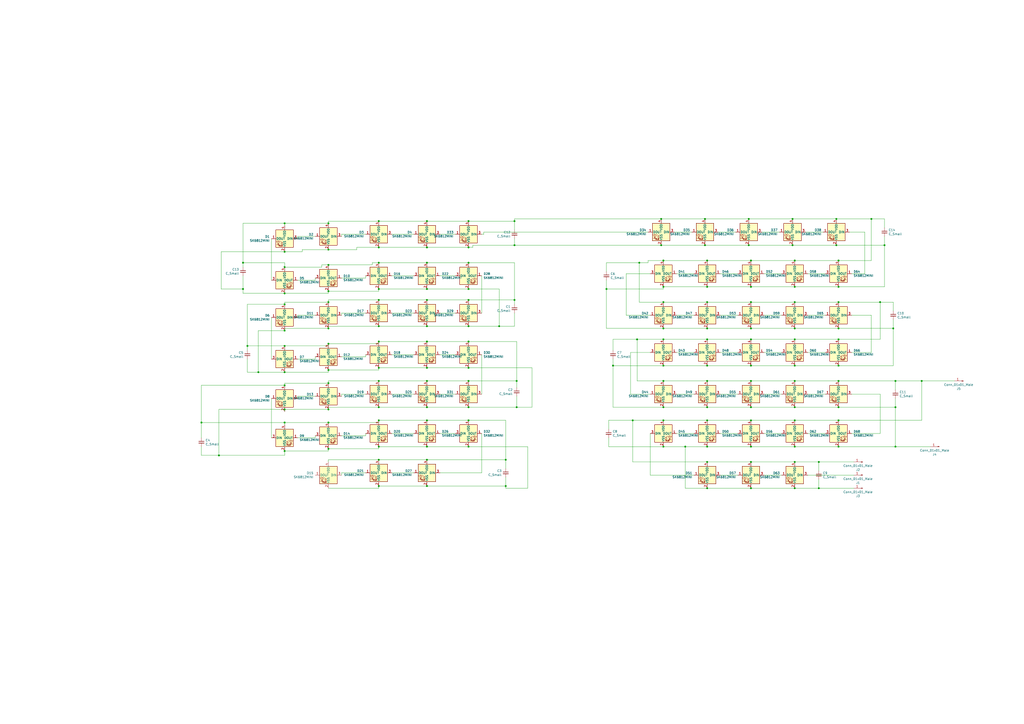
<source format=kicad_sch>
(kicad_sch (version 20211123) (generator eeschema)
  (paper "A2")
  (junction (at 534.67 220.98))
  (junction (at 165.1 176.53))
  (junction (at 219.71 128.27))
  (junction (at 149.86 215.9))
  (junction (at 190.5 214.63))
  (junction (at 247.65 236.22))
  (junction (at 165.1 215.9))
  (junction (at 384.81 175.26))
  (junction (at 435.61 236.22))
  (junction (at 519.43 220.98))
  (junction (at 190.5 199.39))
  (junction (at 219.71 152.4))
  (junction (at 383.54 127))
  (junction (at 219.71 220.98))
  (junction (at 434.34 127))
  (junction (at 271.78 213.36))
  (junction (at 219.71 198.12))
  (junction (at 410.21 243.84))
  (junction (at 298.45 128.27))
  (junction (at 461.01 175.26))
  (junction (at 486.41 243.84))
  (junction (at 165.1 170.18))
  (junction (at 271.78 243.84))
  (junction (at 289.56 189.23))
  (junction (at 461.01 220.98))
  (junction (at 299.72 236.22))
  (junction (at 190.5 129.54))
  (junction (at 397.51 259.08))
  (junction (at 247.65 243.84))
  (junction (at 384.81 212.09))
  (junction (at 165.1 154.94))
  (junction (at 271.78 167.64))
  (junction (at 461.01 259.08))
  (junction (at 384.81 259.08))
  (junction (at 271.78 143.51))
  (junction (at 461.01 196.85))
  (junction (at 461.01 236.22))
  (junction (at 486.41 166.37))
  (junction (at 271.78 236.22))
  (junction (at 219.71 143.51))
  (junction (at 165.1 146.05))
  (junction (at 219.71 167.64))
  (junction (at 165.1 129.54))
  (junction (at 410.21 196.85))
  (junction (at 461.01 190.5))
  (junction (at 247.65 152.4))
  (junction (at 190.5 260.35))
  (junction (at 190.5 237.49))
  (junction (at 247.65 281.94))
  (junction (at 434.34 142.24))
  (junction (at 370.84 152.4))
  (junction (at 165.1 261.62))
  (junction (at 384.81 236.22))
  (junction (at 384.81 196.85))
  (junction (at 247.65 220.98))
  (junction (at 219.71 189.23))
  (junction (at 485.14 142.24))
  (junction (at 127 264.16))
  (junction (at 435.61 166.37))
  (junction (at 190.5 175.26))
  (junction (at 190.5 168.91))
  (junction (at 486.41 236.22))
  (junction (at 519.43 236.22))
  (junction (at 165.1 223.52))
  (junction (at 219.71 281.94))
  (junction (at 140.97 152.4))
  (junction (at 435.61 212.09))
  (junction (at 510.54 175.26))
  (junction (at 435.61 220.98))
  (junction (at 219.71 236.22))
  (junction (at 271.78 152.4))
  (junction (at 165.1 245.11))
  (junction (at 461.01 151.13))
  (junction (at 486.41 190.5))
  (junction (at 190.5 190.5))
  (junction (at 486.41 175.26))
  (junction (at 486.41 196.85))
  (junction (at 190.5 222.25))
  (junction (at 190.5 245.11))
  (junction (at 384.81 243.84))
  (junction (at 505.46 127))
  (junction (at 247.65 266.7))
  (junction (at 271.78 220.98))
  (junction (at 435.61 283.21))
  (junction (at 351.79 167.64))
  (junction (at 140.97 167.64))
  (junction (at 271.78 173.99))
  (junction (at 116.84 245.11))
  (junction (at 435.61 196.85))
  (junction (at 410.21 236.22))
  (junction (at 410.21 190.5))
  (junction (at 461.01 166.37))
  (junction (at 367.03 243.84))
  (junction (at 293.37 266.7))
  (junction (at 247.65 128.27))
  (junction (at 459.74 142.24))
  (junction (at 513.08 142.24))
  (junction (at 247.65 173.99))
  (junction (at 410.21 212.09))
  (junction (at 408.94 127))
  (junction (at 518.16 190.5))
  (junction (at 219.71 266.7))
  (junction (at 293.37 281.94))
  (junction (at 219.71 173.99))
  (junction (at 410.21 283.21))
  (junction (at 459.74 127))
  (junction (at 461.01 267.97))
  (junction (at 190.5 153.67))
  (junction (at 247.65 213.36))
  (junction (at 383.54 142.24))
  (junction (at 355.6 212.09))
  (junction (at 461.01 212.09))
  (junction (at 410.21 151.13))
  (junction (at 298.45 173.99))
  (junction (at 410.21 220.98))
  (junction (at 271.78 198.12))
  (junction (at 410.21 267.97))
  (junction (at 435.61 267.97))
  (junction (at 519.43 259.08))
  (junction (at 486.41 259.08))
  (junction (at 384.81 190.5))
  (junction (at 271.78 259.08))
  (junction (at 271.78 128.27))
  (junction (at 410.21 175.26))
  (junction (at 435.61 243.84))
  (junction (at 219.71 259.08))
  (junction (at 474.98 267.97))
  (junction (at 384.81 220.98))
  (junction (at 410.21 259.08))
  (junction (at 247.65 167.64))
  (junction (at 486.41 220.98))
  (junction (at 247.65 189.23))
  (junction (at 298.45 142.24))
  (junction (at 435.61 151.13))
  (junction (at 435.61 175.26))
  (junction (at 474.98 283.21))
  (junction (at 247.65 259.08))
  (junction (at 190.5 144.78))
  (junction (at 369.57 196.85))
  (junction (at 271.78 189.23))
  (junction (at 143.51 200.66))
  (junction (at 461.01 283.21))
  (junction (at 165.1 237.49))
  (junction (at 247.65 198.12))
  (junction (at 435.61 259.08))
  (junction (at 219.71 213.36))
  (junction (at 486.41 212.09))
  (junction (at 410.21 166.37))
  (junction (at 219.71 243.84))
  (junction (at 435.61 190.5))
  (junction (at 486.41 151.13))
  (junction (at 247.65 143.51))
  (junction (at 461.01 243.84))
  (junction (at 384.81 166.37))
  (junction (at 299.72 220.98))
  (junction (at 384.81 151.13))
  (junction (at 408.94 142.24))
  (junction (at 485.14 127))
  (junction (at 165.1 191.77))
  (junction (at 165.1 200.66))
  (wire (pts (xy 116.84 223.52) (xy 116.84 245.11)))
  (wire (pts (xy 271.78 167.64) (xy 289.56 167.64)))
  (wire (pts (xy 427.99 228.6) (xy 417.83 228.6)))
  (wire (pts (xy 116.84 259.08) (xy 116.84 264.16)))
  (wire (pts (xy 212.09 252.73) (xy 212.09 251.46)))
  (wire (pts (xy 410.21 190.5) (xy 384.81 190.5)))
  (wire (pts (xy 219.71 236.22) (xy 190.5 236.22)))
  (wire (pts (xy 397.51 259.08) (xy 410.21 259.08)))
  (wire (pts (xy 383.54 127) (xy 298.45 127)))
  (wire (pts (xy 165.1 175.26) (xy 165.1 176.53)))
  (wire (pts (xy 519.43 220.98) (xy 519.43 226.06)))
  (wire (pts (xy 219.71 199.39) (xy 219.71 198.12)))
  (wire (pts (xy 271.78 213.36) (xy 308.61 213.36)))
  (wire (pts (xy 190.5 237.49) (xy 165.1 237.49)))
  (wire (pts (xy 190.5 245.11) (xy 219.71 245.11)))
  (wire (pts (xy 402.59 182.88) (xy 392.43 182.88)))
  (wire (pts (xy 219.71 283.21) (xy 219.71 281.94)))
  (wire (pts (xy 190.5 168.91) (xy 219.71 168.91)))
  (wire (pts (xy 212.09 135.89) (xy 198.12 135.89)))
  (wire (pts (xy 461.01 212.09) (xy 486.41 212.09)))
  (wire (pts (xy 410.21 166.37) (xy 435.61 166.37)))
  (wire (pts (xy 116.84 245.11) (xy 116.84 254)))
  (wire (pts (xy 298.45 189.23) (xy 298.45 181.61)))
  (wire (pts (xy 351.79 167.64) (xy 384.81 167.64)))
  (wire (pts (xy 505.46 127) (xy 485.14 127)))
  (wire (pts (xy 271.78 128.27) (xy 247.65 128.27)))
  (wire (pts (xy 190.5 261.62) (xy 190.5 260.35)))
  (wire (pts (xy 306.07 283.21) (xy 293.37 283.21)))
  (wire (pts (xy 478.79 182.88) (xy 468.63 182.88)))
  (wire (pts (xy 474.98 283.21) (xy 461.01 283.21)))
  (wire (pts (xy 377.19 182.88) (xy 363.22 182.88)))
  (wire (pts (xy 518.16 180.34) (xy 518.16 175.26)))
  (wire (pts (xy 264.16 135.89) (xy 255.27 135.89)))
  (wire (pts (xy 219.71 243.84) (xy 247.65 243.84)))
  (wire (pts (xy 190.5 199.39) (xy 219.71 199.39)))
  (wire (pts (xy 182.88 229.87) (xy 172.72 229.87)))
  (wire (pts (xy 279.4 251.46) (xy 279.4 274.32)))
  (wire (pts (xy 518.16 185.42) (xy 518.16 190.5)))
  (wire (pts (xy 435.61 283.21) (xy 410.21 283.21)))
  (wire (pts (xy 274.32 143.51) (xy 271.78 143.51)))
  (wire (pts (xy 240.03 181.61) (xy 227.33 181.61)))
  (wire (pts (xy 461.01 151.13) (xy 486.41 151.13)))
  (wire (pts (xy 486.41 166.37) (xy 513.08 166.37)))
  (wire (pts (xy 140.97 152.4) (xy 165.1 152.4)))
  (wire (pts (xy 402.59 158.75) (xy 392.43 158.75)))
  (wire (pts (xy 271.78 173.99) (xy 247.65 173.99)))
  (wire (pts (xy 461.01 283.21) (xy 435.61 283.21)))
  (wire (pts (xy 453.39 182.88) (xy 443.23 182.88)))
  (wire (pts (xy 435.61 267.97) (xy 461.01 267.97)))
  (wire (pts (xy 207.01 143.51) (xy 207.01 144.78)))
  (wire (pts (xy 435.61 243.84) (xy 461.01 243.84)))
  (wire (pts (xy 293.37 276.86) (xy 293.37 281.94)))
  (wire (pts (xy 165.1 245.11) (xy 165.1 246.38)))
  (wire (pts (xy 165.1 237.49) (xy 165.1 238.76)))
  (wire (pts (xy 355.6 208.28) (xy 355.6 212.09)))
  (wire (pts (xy 435.61 267.97) (xy 410.21 267.97)))
  (wire (pts (xy 435.61 196.85) (xy 461.01 196.85)))
  (wire (pts (xy 279.4 205.74) (xy 279.4 228.6)))
  (wire (pts (xy 486.41 196.85) (xy 510.54 196.85)))
  (wire (pts (xy 190.5 189.23) (xy 190.5 190.5)))
  (wire (pts (xy 367.03 243.84) (xy 384.81 243.84)))
  (wire (pts (xy 219.71 266.7) (xy 190.5 266.7)))
  (wire (pts (xy 427.99 275.59) (xy 417.83 275.59)))
  (wire (pts (xy 264.16 181.61) (xy 255.27 181.61)))
  (wire (pts (xy 255.27 205.74) (xy 264.16 205.74)))
  (wire (pts (xy 182.88 162.56) (xy 182.88 161.29)))
  (wire (pts (xy 486.41 175.26) (xy 461.01 175.26)))
  (wire (pts (xy 486.41 220.98) (xy 461.01 220.98)))
  (wire (pts (xy 182.88 254) (xy 182.88 252.73)))
  (wire (pts (xy 486.41 175.26) (xy 510.54 175.26)))
  (wire (pts (xy 190.5 283.21) (xy 219.71 283.21)))
  (wire (pts (xy 165.1 154.94) (xy 186.69 154.94)))
  (wire (pts (xy 519.43 259.08) (xy 519.43 236.22)))
  (wire (pts (xy 461.01 166.37) (xy 486.41 166.37)))
  (wire (pts (xy 247.65 236.22) (xy 219.71 236.22)))
  (wire (pts (xy 157.48 231.14) (xy 157.48 254)))
  (wire (pts (xy 198.12 207.01) (xy 212.09 207.01)))
  (wire (pts (xy 165.1 237.49) (xy 127 237.49)))
  (wire (pts (xy 486.41 190.5) (xy 461.01 190.5)))
  (wire (pts (xy 293.37 243.84) (xy 293.37 266.7)))
  (wire (pts (xy 140.97 170.18) (xy 165.1 170.18)))
  (wire (pts (xy 140.97 129.54) (xy 140.97 152.4)))
  (wire (pts (xy 410.21 196.85) (xy 435.61 196.85)))
  (wire (pts (xy 298.45 152.4) (xy 298.45 173.99)))
  (wire (pts (xy 247.65 167.64) (xy 271.78 167.64)))
  (wire (pts (xy 247.65 266.7) (xy 293.37 266.7)))
  (wire (pts (xy 474.98 273.05) (xy 474.98 267.97)))
  (wire (pts (xy 513.08 132.08) (xy 513.08 127)))
  (wire (pts (xy 219.71 198.12) (xy 247.65 198.12)))
  (wire (pts (xy 410.21 243.84) (xy 435.61 243.84)))
  (wire (pts (xy 351.79 152.4) (xy 370.84 152.4)))
  (wire (pts (xy 172.72 208.28) (xy 182.88 208.28)))
  (wire (pts (xy 435.61 212.09) (xy 461.01 212.09)))
  (wire (pts (xy 157.48 184.15) (xy 157.48 208.28)))
  (wire (pts (xy 513.08 166.37) (xy 513.08 142.24)))
  (wire (pts (xy 215.9 153.67) (xy 215.9 152.4)))
  (wire (pts (xy 427.99 182.88) (xy 417.83 182.88)))
  (wire (pts (xy 534.67 243.84) (xy 534.67 220.98)))
  (wire (pts (xy 299.72 220.98) (xy 299.72 224.79)))
  (wire (pts (xy 467.36 134.62) (xy 477.52 134.62)))
  (wire (pts (xy 474.98 278.13) (xy 474.98 283.21)))
  (wire (pts (xy 365.76 204.47) (xy 377.19 204.47)))
  (wire (pts (xy 298.45 127) (xy 298.45 128.27)))
  (wire (pts (xy 486.41 220.98) (xy 519.43 220.98)))
  (wire (pts (xy 494.03 204.47) (xy 505.46 204.47)))
  (wire (pts (xy 198.12 135.89) (xy 198.12 137.16)))
  (wire (pts (xy 377.19 251.46) (xy 377.19 275.59)))
  (wire (pts (xy 247.65 189.23) (xy 219.71 189.23)))
  (wire (pts (xy 363.22 182.88) (xy 363.22 158.75)))
  (wire (pts (xy 247.65 143.51) (xy 219.71 143.51)))
  (wire (pts (xy 392.43 251.46) (xy 402.59 251.46)))
  (wire (pts (xy 513.08 127) (xy 505.46 127)))
  (wire (pts (xy 219.71 281.94) (xy 247.65 281.94)))
  (wire (pts (xy 417.83 158.75) (xy 427.99 158.75)))
  (wire (pts (xy 165.1 215.9) (xy 190.5 215.9)))
  (wire (pts (xy 355.6 196.85) (xy 369.57 196.85)))
  (wire (pts (xy 353.06 254) (xy 353.06 259.08)))
  (wire (pts (xy 165.1 129.54) (xy 140.97 129.54)))
  (wire (pts (xy 513.08 137.16) (xy 513.08 142.24)))
  (wire (pts (xy 384.81 151.13) (xy 410.21 151.13)))
  (wire (pts (xy 280.67 134.62) (xy 280.67 135.89)))
  (wire (pts (xy 298.45 128.27) (xy 298.45 133.35)))
  (wire (pts (xy 417.83 251.46) (xy 427.99 251.46)))
  (wire (pts (xy 410.21 175.26) (xy 384.81 175.26)))
  (wire (pts (xy 247.65 243.84) (xy 271.78 243.84)))
  (wire (pts (xy 186.69 154.94) (xy 186.69 153.67)))
  (wire (pts (xy 247.65 266.7) (xy 219.71 266.7)))
  (wire (pts (xy 247.65 198.12) (xy 271.78 198.12)))
  (wire (pts (xy 539.75 259.08) (xy 519.43 259.08)))
  (wire (pts (xy 434.34 127) (xy 408.94 127)))
  (wire (pts (xy 271.78 259.08) (xy 306.07 259.08)))
  (wire (pts (xy 397.51 283.21) (xy 410.21 283.21)))
  (wire (pts (xy 219.71 152.4) (xy 247.65 152.4)))
  (wire (pts (xy 274.32 142.24) (xy 274.32 143.51)))
  (wire (pts (xy 219.71 168.91) (xy 219.71 167.64)))
  (wire (pts (xy 240.03 135.89) (xy 227.33 135.89)))
  (wire (pts (xy 271.78 189.23) (xy 289.56 189.23)))
  (wire (pts (xy 486.41 236.22) (xy 519.43 236.22)))
  (wire (pts (xy 198.12 181.61) (xy 198.12 182.88)))
  (wire (pts (xy 255.27 251.46) (xy 264.16 251.46)))
  (wire (pts (xy 190.5 175.26) (xy 165.1 175.26)))
  (wire (pts (xy 367.03 267.97) (xy 367.03 243.84)))
  (wire (pts (xy 219.71 167.64) (xy 247.65 167.64)))
  (wire (pts (xy 505.46 151.13) (xy 505.46 127)))
  (wire (pts (xy 149.86 215.9) (xy 143.51 215.9)))
  (wire (pts (xy 116.84 245.11) (xy 165.1 245.11)))
  (wire (pts (xy 271.78 173.99) (xy 298.45 173.99)))
  (wire (pts (xy 165.1 170.18) (xy 190.5 170.18)))
  (wire (pts (xy 298.45 128.27) (xy 271.78 128.27)))
  (wire (pts (xy 190.5 170.18) (xy 190.5 168.91)))
  (wire (pts (xy 240.03 274.32) (xy 227.33 274.32)))
  (wire (pts (xy 264.16 228.6) (xy 255.27 228.6)))
  (wire (pts (xy 435.61 236.22) (xy 410.21 236.22)))
  (wire (pts (xy 443.23 204.47) (xy 453.39 204.47)))
  (wire (pts (xy 165.1 200.66) (xy 190.5 200.66)))
  (wire (pts (xy 351.79 162.56) (xy 351.79 167.64)))
  (wire (pts (xy 355.6 203.2) (xy 355.6 196.85)))
  (wire (pts (xy 207.01 144.78) (xy 190.5 144.78)))
  (wire (pts (xy 140.97 152.4) (xy 140.97 154.94)))
  (wire (pts (xy 468.63 158.75) (xy 478.79 158.75)))
  (wire (pts (xy 495.3 283.21) (xy 474.98 283.21)))
  (wire (pts (xy 468.63 251.46) (xy 478.79 251.46)))
  (wire (pts (xy 553.72 220.98) (xy 534.67 220.98)))
  (wire (pts (xy 369.57 196.85) (xy 384.81 196.85)))
  (wire (pts (xy 190.5 260.35) (xy 219.71 260.35)))
  (wire (pts (xy 293.37 281.94) (xy 293.37 283.21)))
  (wire (pts (xy 198.12 228.6) (xy 198.12 229.87)))
  (wire (pts (xy 410.21 259.08) (xy 435.61 259.08)))
  (wire (pts (xy 219.71 173.99) (xy 190.5 173.99)))
  (wire (pts (xy 375.92 152.4) (xy 375.92 151.13)))
  (wire (pts (xy 410.21 220.98) (xy 384.81 220.98)))
  (wire (pts (xy 190.5 129.54) (xy 165.1 129.54)))
  (wire (pts (xy 143.51 200.66) (xy 143.51 203.2)))
  (wire (pts (xy 486.41 259.08) (xy 519.43 259.08)))
  (wire (pts (xy 478.79 228.6) (xy 468.63 228.6)))
  (wire (pts (xy 401.32 134.62) (xy 391.16 134.62)))
  (wire (pts (xy 353.06 259.08) (xy 384.81 259.08)))
  (wire (pts (xy 384.81 220.98) (xy 369.57 220.98)))
  (wire (pts (xy 435.61 190.5) (xy 410.21 190.5)))
  (wire (pts (xy 227.33 251.46) (xy 240.03 251.46)))
  (wire (pts (xy 190.5 128.27) (xy 190.5 129.54)))
  (wire (pts (xy 165.1 200.66) (xy 143.51 200.66)))
  (wire (pts (xy 219.71 189.23) (xy 190.5 189.23)))
  (wire (pts (xy 219.71 128.27) (xy 190.5 128.27)))
  (wire (pts (xy 452.12 134.62) (xy 441.96 134.62)))
  (wire (pts (xy 149.86 215.9) (xy 165.1 215.9)))
  (wire (pts (xy 384.81 175.26) (xy 370.84 175.26)))
  (wire (pts (xy 219.71 259.08) (xy 247.65 259.08)))
  (wire (pts (xy 215.9 152.4) (xy 219.71 152.4)))
  (wire (pts (xy 212.09 181.61) (xy 198.12 181.61)))
  (wire (pts (xy 190.5 214.63) (xy 219.71 214.63)))
  (wire (pts (xy 128.27 167.64) (xy 140.97 167.64)))
  (wire (pts (xy 410.21 212.09) (xy 435.61 212.09)))
  (wire (pts (xy 247.65 281.94) (xy 293.37 281.94)))
  (wire (pts (xy 198.12 274.32) (xy 198.12 275.59)))
  (wire (pts (xy 271.78 143.51) (xy 247.65 143.51)))
  (wire (pts (xy 212.09 207.01) (xy 212.09 205.74)))
  (wire (pts (xy 190.5 220.98) (xy 190.5 222.25)))
  (wire (pts (xy 165.1 245.11) (xy 190.5 245.11)))
  (wire (pts (xy 149.86 191.77) (xy 149.86 215.9)))
  (wire (pts (xy 417.83 204.47) (xy 427.99 204.47)))
  (wire (pts (xy 247.65 128.27) (xy 219.71 128.27)))
  (wire (pts (xy 384.81 212.09) (xy 410.21 212.09)))
  (wire (pts (xy 198.12 252.73) (xy 212.09 252.73)))
  (wire (pts (xy 408.94 127) (xy 383.54 127)))
  (wire (pts (xy 299.72 198.12) (xy 299.72 220.98)))
  (wire (pts (xy 353.06 248.92) (xy 353.06 243.84)))
  (wire (pts (xy 190.5 200.66) (xy 190.5 199.39)))
  (wire (pts (xy 165.1 176.53) (xy 143.51 176.53)))
  (wire (pts (xy 299.72 229.87) (xy 299.72 236.22)))
  (wire (pts (xy 486.41 236.22) (xy 461.01 236.22)))
  (wire (pts (xy 172.72 254) (xy 182.88 254)))
  (wire (pts (xy 375.92 151.13) (xy 384.81 151.13)))
  (wire (pts (xy 434.34 142.24) (xy 408.94 142.24)))
  (wire (pts (xy 165.1 152.4) (xy 165.1 154.94)))
  (wire (pts (xy 384.81 152.4) (xy 384.81 151.13)))
  (wire (pts (xy 453.39 275.59) (xy 443.23 275.59)))
  (wire (pts (xy 518.16 190.5) (xy 486.41 190.5)))
  (wire (pts (xy 363.22 158.75) (xy 377.19 158.75)))
  (wire (pts (xy 165.1 264.16) (xy 165.1 261.62)))
  (wire (pts (xy 435.61 175.26) (xy 410.21 175.26)))
  (wire (pts (xy 365.76 228.6) (xy 365.76 204.47)))
  (wire (pts (xy 298.45 142.24) (xy 383.54 142.24)))
  (wire (pts (xy 247.65 152.4) (xy 271.78 152.4)))
  (wire (pts (xy 510.54 228.6) (xy 494.03 228.6)))
  (wire (pts (xy 298.45 142.24) (xy 274.32 142.24)))
  (wire (pts (xy 175.26 144.78) (xy 175.26 146.05)))
  (wire (pts (xy 247.65 220.98) (xy 219.71 220.98)))
  (wire (pts (xy 165.1 223.52) (xy 116.84 223.52)))
  (wire (pts (xy 453.39 228.6) (xy 443.23 228.6)))
  (wire (pts (xy 165.1 191.77) (xy 149.86 191.77)))
  (wire (pts (xy 190.5 215.9) (xy 190.5 214.63)))
  (wire (pts (xy 219.71 214.63) (xy 219.71 213.36)))
  (wire (pts (xy 165.1 146.05) (xy 128.27 146.05)))
  (wire (pts (xy 165.1 129.54) (xy 165.1 130.81)))
  (wire (pts (xy 271.78 236.22) (xy 247.65 236.22)))
  (wire (pts (xy 355.6 212.09) (xy 384.81 212.09)))
  (wire (pts (xy 190.5 144.78) (xy 175.26 144.78)))
  (wire (pts (xy 485.14 142.24) (xy 459.74 142.24)))
  (wire (pts (xy 443.23 251.46) (xy 453.39 251.46)))
  (wire (pts (xy 510.54 251.46) (xy 510.54 228.6)))
  (wire (pts (xy 459.74 142.24) (xy 434.34 142.24)))
  (wire (pts (xy 212.09 228.6) (xy 198.12 228.6)))
  (wire (pts (xy 128.27 146.05) (xy 128.27 167.64)))
  (wire (pts (xy 255.27 160.02) (xy 264.16 160.02)))
  (wire (pts (xy 384.81 243.84) (xy 410.21 243.84)))
  (wire (pts (xy 219.71 143.51) (xy 207.01 143.51)))
  (wire (pts (xy 353.06 243.84) (xy 367.03 243.84)))
  (wire (pts (xy 384.81 166.37) (xy 410.21 166.37)))
  (wire (pts (xy 377.19 275.59) (xy 402.59 275.59)))
  (wire (pts (xy 308.61 236.22) (xy 299.72 236.22)))
  (wire (pts (xy 461.01 196.85) (xy 486.41 196.85)))
  (wire (pts (xy 190.5 236.22) (xy 190.5 237.49)))
  (wire (pts (xy 408.94 142.24) (xy 383.54 142.24)))
  (wire (pts (xy 410.21 151.13) (xy 435.61 151.13)))
  (wire (pts (xy 271.78 198.12) (xy 299.72 198.12)))
  (wire (pts (xy 367.03 267.97) (xy 410.21 267.97)))
  (wire (pts (xy 212.09 161.29) (xy 212.09 160.02)))
  (wire (pts (xy 384.81 196.85) (xy 410.21 196.85)))
  (wire (pts (xy 127 237.49) (xy 127 264.16)))
  (wire (pts (xy 127 264.16) (xy 165.1 264.16)))
  (wire (pts (xy 384.81 167.64) (xy 384.81 166.37)))
  (wire (pts (xy 190.5 153.67) (xy 215.9 153.67)))
  (wire (pts (xy 240.03 228.6) (xy 227.33 228.6)))
  (wire (pts (xy 510.54 175.26) (xy 518.16 175.26)))
  (wire (pts (xy 165.1 261.62) (xy 190.5 261.62)))
  (wire (pts (xy 198.12 161.29) (xy 212.09 161.29)))
  (wire (pts (xy 279.4 274.32) (xy 255.27 274.32)))
  (wire (pts (xy 377.19 228.6) (xy 365.76 228.6)))
  (wire (pts (xy 494.03 251.46) (xy 510.54 251.46)))
  (wire (pts (xy 397.51 259.08) (xy 397.51 283.21)))
  (wire (pts (xy 219.71 245.11) (xy 219.71 243.84)))
  (wire (pts (xy 375.92 134.62) (xy 280.67 134.62)))
  (wire (pts (xy 190.5 190.5) (xy 165.1 190.5)))
  (wire (pts (xy 190.5 266.7) (xy 190.5 267.97)))
  (wire (pts (xy 165.1 222.25) (xy 165.1 223.52)))
  (wire (pts (xy 190.5 222.25) (xy 165.1 222.25)))
  (wire (pts (xy 308.61 213.36) (xy 308.61 236.22)))
  (wire (pts (xy 271.78 220.98) (xy 299.72 220.98)))
  (wire (pts (xy 355.6 212.09) (xy 355.6 236.22)))
  (wire (pts (xy 182.88 137.16) (xy 172.72 137.16)))
  (wire (pts (xy 370.84 175.26) (xy 370.84 152.4)))
  (wire (pts (xy 351.79 157.48) (xy 351.79 152.4)))
  (wire (pts (xy 298.45 173.99) (xy 298.45 176.53)))
  (wire (pts (xy 219.71 220.98) (xy 190.5 220.98)))
  (wire (pts (xy 289.56 167.64) (xy 289.56 189.23)))
  (wire (pts (xy 443.23 158.75) (xy 453.39 158.75)))
  (wire (pts (xy 426.72 134.62) (xy 416.56 134.62)))
  (wire (pts (xy 435.61 220.98) (xy 410.21 220.98)))
  (wire (pts (xy 468.63 275.59) (xy 495.3 275.59)))
  (wire (pts (xy 501.65 134.62) (xy 492.76 134.62)))
  (wire (pts (xy 369.57 220.98) (xy 369.57 196.85)))
  (wire (pts (xy 501.65 158.75) (xy 501.65 134.62)))
  (wire (pts (xy 247.65 173.99) (xy 219.71 173.99)))
  (wire (pts (xy 370.84 152.4) (xy 375.92 152.4)))
  (wire (pts (xy 143.51 176.53) (xy 143.51 200.66)))
  (wire (pts (xy 165.1 190.5) (xy 165.1 191.77)))
  (wire (pts (xy 175.26 146.05) (xy 165.1 146.05)))
  (wire (pts (xy 461.01 259.08) (xy 486.41 259.08)))
  (wire (pts (xy 461.01 190.5) (xy 435.61 190.5)))
  (wire (pts (xy 227.33 205.74) (xy 240.03 205.74)))
  (wire (pts (xy 518.16 190.5) (xy 518.16 212.09)))
  (wire (pts (xy 461.01 236.22) (xy 435.61 236.22)))
  (wire (pts (xy 298.45 142.24) (xy 298.45 138.43)))
  (wire (pts (xy 435.61 166.37) (xy 461.01 166.37)))
  (wire (pts (xy 172.72 182.88) (xy 172.72 184.15)))
  (wire (pts (xy 280.67 135.89) (xy 279.4 135.89)))
  (wire (pts (xy 459.74 127) (xy 434.34 127)))
  (wire (pts (xy 435.61 151.13) (xy 461.01 151.13)))
  (wire (pts (xy 486.41 151.13) (xy 505.46 151.13)))
  (wire (pts (xy 384.81 259.08) (xy 397.51 259.08)))
  (wire (pts (xy 271.78 189.23) (xy 247.65 189.23)))
  (wire (pts (xy 513.08 142.24) (xy 485.14 142.24)))
  (wire (pts (xy 505.46 204.47) (xy 505.46 182.88)))
  (wire (pts (xy 271.78 236.22) (xy 299.72 236.22)))
  (wire (pts (xy 485.14 127) (xy 459.74 127)))
  (wire (pts (xy 219.71 213.36) (xy 247.65 213.36)))
  (wire (pts (xy 461.01 175.26) (xy 435.61 175.26)))
  (wire (pts (xy 392.43 204.47) (xy 402.59 204.47)))
  (wire (pts (xy 140.97 167.64) (xy 140.97 170.18)))
  (wire (pts (xy 486.41 243.84) (xy 534.67 243.84)))
  (wire (pts (xy 505.46 182.88) (xy 494.03 182.88)))
  (wire (pts (xy 461.01 243.84) (xy 486.41 243.84)))
  (wire (pts (xy 384.81 190.5) (xy 351.79 190.5)))
  (wire (pts (xy 402.59 228.6) (xy 392.43 228.6)))
  (wire (pts (xy 351.79 190.5) (xy 351.79 167.64)))
  (wire (pts (xy 410.21 236.22) (xy 384.81 236.22)))
  (wire (pts (xy 247.65 213.36) (xy 271.78 213.36)))
  (wire (pts (xy 247.65 259.08) (xy 271.78 259.08)))
  (wire (pts (xy 172.72 229.87) (xy 172.72 231.14)))
  (wire (pts (xy 182.88 208.28) (xy 182.88 207.01)))
  (wire (pts (xy 212.09 274.32) (xy 198.12 274.32)))
  (wire (pts (xy 140.97 160.02) (xy 140.97 167.64)))
  (wire (pts (xy 190.5 173.99) (xy 190.5 175.26)))
  (wire (pts (xy 510.54 196.85) (xy 510.54 175.26)))
  (wire (pts (xy 289.56 189.23) (xy 298.45 189.23)))
  (wire (pts (xy 494.03 158.75) (xy 501.65 158.75)))
  (wire (pts (xy 534.67 220.98) (xy 519.43 220.98)))
  (wire (pts (xy 143.51 215.9) (xy 143.51 208.28)))
  (wire (pts (xy 271.78 220.98) (xy 247.65 220.98)))
  (wire (pts (xy 182.88 182.88) (xy 172.72 182.88)))
  (wire (pts (xy 474.98 267.97) (xy 461.01 267.97)))
  (wire (pts (xy 271.78 243.84) (xy 293.37 243.84)))
  (wire (pts (xy 495.3 267.97) (xy 474.98 267.97)))
  (wire (pts (xy 293.37 266.7) (xy 293.37 271.78)))
  (wire (pts (xy 518.16 212.09) (xy 486.41 212.09)))
  (wire (pts (xy 172.72 162.56) (xy 182.88 162.56)))
  (wire (pts (xy 157.48 138.43) (xy 157.48 162.56)))
  (wire (pts (xy 355.6 236.22) (xy 384.81 236.22)))
  (wire (pts (xy 227.33 160.02) (xy 240.03 160.02)))
  (wire (pts (xy 461.01 220.98) (xy 435.61 220.98)))
  (wire (pts (xy 127 264.16) (xy 116.84 264.16)))
  (wire (pts (xy 306.07 259.08) (xy 306.07 283.21)))
  (wire (pts (xy 186.69 153.67) (xy 190.5 153.67)))
  (wire (pts (xy 468.63 204.47) (xy 478.79 204.47)))
  (wire (pts (xy 519.43 236.22) (xy 519.43 231.14)))
  (wire (pts (xy 435.61 259.08) (xy 461.01 259.08)))
  (wire (pts (xy 172.72 137.16) (xy 172.72 138.43)))
  (wire (pts (xy 279.4 160.02) (xy 279.4 181.61)))
  (wire (pts (xy 219.71 260.35) (xy 219.71 259.08)))
  (wire (pts (xy 271.78 152.4) (xy 298.45 152.4)))
  (symbol (lib_id "LED:SK6812MINI") (at 486.41 251.46 0) (unit 1)
    (property "Reference" "D68" (at 495.0714 250.2916 0) (effects (justify left)))
    (property "Value" "SK6812MINI" (at 495.0714 252.603 0) (effects (justify left)))
    (property "Footprint" "LED_SMD:LED_SK6812MINI_PLCC4_3.5x3.5mm_P1.75mm" (effects hide))
    (property "Datasheet" "https://cdn-shop.adafruit.com/product-files/2686/SK6812MINI_REV.01-1-2.pdf" (effects hide))
  )
  (symbol (lib_id "LED:SK6812MINI") (at 461.01 251.46 0) (unit 1)
    (property "Reference" "D62" (at 469.6714 250.2916 0) (effects (justify left)))
    (property "Value" "SK6812MINI" (at 469.6714 252.603 0) (effects (justify left)))
    (property "Footprint" "LED_SMD:LED_SK6812MINI_PLCC4_3.5x3.5mm_P1.75mm" (effects hide))
    (property "Datasheet" "https://cdn-shop.adafruit.com/product-files/2686/SK6812MINI_REV.01-1-2.pdf" (effects hide))
  )
  (symbol (lib_id "LED:SK6812MINI") (at 435.61 251.46 0) (unit 1)
    (property "Reference" "D56" (at 444.2714 250.2916 0) (effects (justify left)))
    (property "Value" "SK6812MINI" (at 444.2714 252.603 0) (effects (justify left)))
    (property "Footprint" "LED_SMD:LED_SK6812MINI_PLCC4_3.5x3.5mm_P1.75mm" (effects hide))
    (property "Datasheet" "https://cdn-shop.adafruit.com/product-files/2686/SK6812MINI_REV.01-1-2.pdf" (effects hide))
  )
  (symbol (lib_id "LED:SK6812MINI") (at 410.21 251.46 0) (unit 1)
    (property "Reference" "D50" (at 418.8714 250.2916 0) (effects (justify left)))
    (property "Value" "SK6812MINI" (at 418.8714 252.603 0) (effects (justify left)))
    (property "Footprint" "LED_SMD:LED_SK6812MINI_PLCC4_3.5x3.5mm_P1.75mm" (effects hide))
    (property "Datasheet" "https://cdn-shop.adafruit.com/product-files/2686/SK6812MINI_REV.01-1-2.pdf" (effects hide))
  )
  (symbol (lib_id "LED:SK6812MINI") (at 384.81 251.46 0) (unit 1)
    (property "Reference" "D45" (at 393.4714 250.2916 0) (effects (justify left)))
    (property "Value" "SK6812MINI" (at 393.4714 252.603 0) (effects (justify left)))
    (property "Footprint" "LED_SMD:LED_SK6812MINI_PLCC4_3.5x3.5mm_P1.75mm" (effects hide))
    (property "Datasheet" "https://cdn-shop.adafruit.com/product-files/2686/SK6812MINI_REV.01-1-2.pdf" (effects hide))
  )
  (symbol (lib_id "LED:SK6812MINI") (at 410.21 275.59 0) (mirror y) (unit 1)
    (property "Reference" "D51" (at 401.5486 274.4216 0) (effects (justify left)))
    (property "Value" "SK6812MINI" (at 401.5486 276.733 0) (effects (justify left)))
    (property "Footprint" "LED_SMD:LED_SK6812MINI_PLCC4_3.5x3.5mm_P1.75mm" (effects hide))
    (property "Datasheet" "https://cdn-shop.adafruit.com/product-files/2686/SK6812MINI_REV.01-1-2.pdf" (effects hide))
  )
  (symbol (lib_id "LED:SK6812MINI") (at 435.61 275.59 0) (mirror y) (unit 1)
    (property "Reference" "D57" (at 426.9486 274.4216 0) (effects (justify left)))
    (property "Value" "SK6812MINI" (at 426.9486 276.733 0) (effects (justify left)))
    (property "Footprint" "LED_SMD:LED_SK6812MINI_PLCC4_3.5x3.5mm_P1.75mm" (effects hide))
    (property "Datasheet" "https://cdn-shop.adafruit.com/product-files/2686/SK6812MINI_REV.01-1-2.pdf" (effects hide))
  )
  (symbol (lib_id "LED:SK6812MINI") (at 461.01 275.59 0) (mirror y) (unit 1)
    (property "Reference" "D63" (at 452.3486 274.4216 0) (effects (justify left)))
    (property "Value" "SK6812MINI" (at 452.3486 276.733 0) (effects (justify left)))
    (property "Footprint" "LED_SMD:LED_SK6812MINI_PLCC4_3.5x3.5mm_P1.75mm" (effects hide))
    (property "Datasheet" "https://cdn-shop.adafruit.com/product-files/2686/SK6812MINI_REV.01-1-2.pdf" (effects hide))
  )
  (symbol (lib_id "LED:SK6812MINI") (at 384.81 228.6 0) (mirror y) (unit 1)
    (property "Reference" "D44" (at 376.1486 227.4316 0) (effects (justify left)))
    (property "Value" "SK6812MINI" (at 376.1486 229.743 0) (effects (justify left)))
    (property "Footprint" "LED_SMD:LED_SK6812MINI_PLCC4_3.5x3.5mm_P1.75mm" (effects hide))
    (property "Datasheet" "https://cdn-shop.adafruit.com/product-files/2686/SK6812MINI_REV.01-1-2.pdf" (effects hide))
  )
  (symbol (lib_id "LED:SK6812MINI") (at 410.21 228.6 0) (mirror y) (unit 1)
    (property "Reference" "D49" (at 401.5486 227.4316 0) (effects (justify left)))
    (property "Value" "SK6812MINI" (at 401.5486 229.743 0) (effects (justify left)))
    (property "Footprint" "LED_SMD:LED_SK6812MINI_PLCC4_3.5x3.5mm_P1.75mm" (effects hide))
    (property "Datasheet" "https://cdn-shop.adafruit.com/product-files/2686/SK6812MINI_REV.01-1-2.pdf" (effects hide))
  )
  (symbol (lib_id "LED:SK6812MINI") (at 435.61 228.6 0) (mirror y) (unit 1)
    (property "Reference" "D55" (at 426.9486 227.4316 0) (effects (justify left)))
    (property "Value" "SK6812MINI" (at 426.9486 229.743 0) (effects (justify left)))
    (property "Footprint" "LED_SMD:LED_SK6812MINI_PLCC4_3.5x3.5mm_P1.75mm" (effects hide))
    (property "Datasheet" "https://cdn-shop.adafruit.com/product-files/2686/SK6812MINI_REV.01-1-2.pdf" (effects hide))
  )
  (symbol (lib_id "LED:SK6812MINI") (at 461.01 228.6 0) (mirror y) (unit 1)
    (property "Reference" "D61" (at 452.3486 227.4316 0) (effects (justify left)))
    (property "Value" "SK6812MINI" (at 452.3486 229.743 0) (effects (justify left)))
    (property "Footprint" "LED_SMD:LED_SK6812MINI_PLCC4_3.5x3.5mm_P1.75mm" (effects hide))
    (property "Datasheet" "https://cdn-shop.adafruit.com/product-files/2686/SK6812MINI_REV.01-1-2.pdf" (effects hide))
  )
  (symbol (lib_id "LED:SK6812MINI") (at 486.41 228.6 0) (mirror y) (unit 1)
    (property "Reference" "D67" (at 477.7486 227.4316 0) (effects (justify left)))
    (property "Value" "SK6812MINI" (at 477.7486 229.743 0) (effects (justify left)))
    (property "Footprint" "LED_SMD:LED_SK6812MINI_PLCC4_3.5x3.5mm_P1.75mm" (effects hide))
    (property "Datasheet" "https://cdn-shop.adafruit.com/product-files/2686/SK6812MINI_REV.01-1-2.pdf" (effects hide))
  )
  (symbol (lib_id "LED:SK6812MINI") (at 486.41 204.47 0) (unit 1)
    (property "Reference" "D66" (at 495.0714 203.3016 0) (effects (justify left)))
    (property "Value" "SK6812MINI" (at 495.0714 205.613 0) (effects (justify left)))
    (property "Footprint" "LED_SMD:LED_SK6812MINI_PLCC4_3.5x3.5mm_P1.75mm" (effects hide))
    (property "Datasheet" "https://cdn-shop.adafruit.com/product-files/2686/SK6812MINI_REV.01-1-2.pdf" (effects hide))
  )
  (symbol (lib_id "LED:SK6812MINI") (at 461.01 204.47 0) (unit 1)
    (property "Reference" "D60" (at 469.6714 203.3016 0) (effects (justify left)))
    (property "Value" "SK6812MINI" (at 469.6714 205.613 0) (effects (justify left)))
    (property "Footprint" "LED_SMD:LED_SK6812MINI_PLCC4_3.5x3.5mm_P1.75mm" (effects hide))
    (property "Datasheet" "https://cdn-shop.adafruit.com/product-files/2686/SK6812MINI_REV.01-1-2.pdf" (effects hide))
  )
  (symbol (lib_id "LED:SK6812MINI") (at 435.61 204.47 0) (unit 1)
    (property "Reference" "D54" (at 444.2714 203.3016 0) (effects (justify left)))
    (property "Value" "SK6812MINI" (at 444.2714 205.613 0) (effects (justify left)))
    (property "Footprint" "LED_SMD:LED_SK6812MINI_PLCC4_3.5x3.5mm_P1.75mm" (effects hide))
    (property "Datasheet" "https://cdn-shop.adafruit.com/product-files/2686/SK6812MINI_REV.01-1-2.pdf" (effects hide))
  )
  (symbol (lib_id "LED:SK6812MINI") (at 410.21 204.47 0) (unit 1)
    (property "Reference" "D48" (at 418.8714 203.3016 0) (effects (justify left)))
    (property "Value" "SK6812MINI" (at 418.8714 205.613 0) (effects (justify left)))
    (property "Footprint" "LED_SMD:LED_SK6812MINI_PLCC4_3.5x3.5mm_P1.75mm" (effects hide))
    (property "Datasheet" "https://cdn-shop.adafruit.com/product-files/2686/SK6812MINI_REV.01-1-2.pdf" (effects hide))
  )
  (symbol (lib_id "LED:SK6812MINI") (at 384.81 204.47 0) (unit 1)
    (property "Reference" "D43" (at 393.4714 203.3016 0) (effects (justify left)))
    (property "Value" "SK6812MINI" (at 393.4714 205.613 0) (effects (justify left)))
    (property "Footprint" "LED_SMD:LED_SK6812MINI_PLCC4_3.5x3.5mm_P1.75mm" (effects hide))
    (property "Datasheet" "https://cdn-shop.adafruit.com/product-files/2686/SK6812MINI_REV.01-1-2.pdf" (effects hide))
  )
  (symbol (lib_id "LED:SK6812MINI") (at 384.81 182.88 0) (mirror y) (unit 1)
    (property "Reference" "D42" (at 376.1486 181.7116 0) (effects (justify left)))
    (property "Value" "SK6812MINI" (at 376.1486 184.023 0) (effects (justify left)))
    (property "Footprint" "LED_SMD:LED_SK6812MINI_PLCC4_3.5x3.5mm_P1.75mm" (effects hide))
    (property "Datasheet" "https://cdn-shop.adafruit.com/product-files/2686/SK6812MINI_REV.01-1-2.pdf" (effects hide))
  )
  (symbol (lib_id "LED:SK6812MINI") (at 410.21 182.88 0) (mirror y) (unit 1)
    (property "Reference" "D47" (at 401.5486 181.7116 0) (effects (justify left)))
    (property "Value" "SK6812MINI" (at 401.5486 184.023 0) (effects (justify left)))
    (property "Footprint" "LED_SMD:LED_SK6812MINI_PLCC4_3.5x3.5mm_P1.75mm" (effects hide))
    (property "Datasheet" "https://cdn-shop.adafruit.com/product-files/2686/SK6812MINI_REV.01-1-2.pdf" (effects hide))
  )
  (symbol (lib_id "LED:SK6812MINI") (at 435.61 182.88 0) (mirror y) (unit 1)
    (property "Reference" "D53" (at 426.9486 181.7116 0) (effects (justify left)))
    (property "Value" "SK6812MINI" (at 426.9486 184.023 0) (effects (justify left)))
    (property "Footprint" "LED_SMD:LED_SK6812MINI_PLCC4_3.5x3.5mm_P1.75mm" (effects hide))
    (property "Datasheet" "https://cdn-shop.adafruit.com/product-files/2686/SK6812MINI_REV.01-1-2.pdf" (effects hide))
  )
  (symbol (lib_id "LED:SK6812MINI") (at 461.01 182.88 0) (mirror y) (unit 1)
    (property "Reference" "D59" (at 452.3486 181.7116 0) (effects (justify left)))
    (property "Value" "SK6812MINI" (at 452.3486 184.023 0) (effects (justify left)))
    (property "Footprint" "LED_SMD:LED_SK6812MINI_PLCC4_3.5x3.5mm_P1.75mm" (effects hide))
    (property "Datasheet" "https://cdn-shop.adafruit.com/product-files/2686/SK6812MINI_REV.01-1-2.pdf" (effects hide))
  )
  (symbol (lib_id "LED:SK6812MINI") (at 486.41 182.88 0) (mirror y) (unit 1)
    (property "Reference" "D65" (at 477.7486 181.7116 0) (effects (justify left)))
    (property "Value" "SK6812MINI" (at 477.7486 184.023 0) (effects (justify left)))
    (property "Footprint" "LED_SMD:LED_SK6812MINI_PLCC4_3.5x3.5mm_P1.75mm" (effects hide))
    (property "Datasheet" "https://cdn-shop.adafruit.com/product-files/2686/SK6812MINI_REV.01-1-2.pdf" (effects hide))
  )
  (symbol (lib_id "LED:SK6812MINI") (at 486.41 158.75 0) (unit 1)
    (property "Reference" "D64" (at 495.0714 157.5816 0) (effects (justify left)))
    (property "Value" "SK6812MINI" (at 495.0714 159.893 0) (effects (justify left)))
    (property "Footprint" "LED_SMD:LED_SK6812MINI_PLCC4_3.5x3.5mm_P1.75mm" (effects hide))
    (property "Datasheet" "https://cdn-shop.adafruit.com/product-files/2686/SK6812MINI_REV.01-1-2.pdf" (effects hide))
  )
  (symbol (lib_id "LED:SK6812MINI") (at 461.01 158.75 0) (unit 1)
    (property "Reference" "D58" (at 469.6714 157.5816 0) (effects (justify left)))
    (property "Value" "SK6812MINI" (at 469.6714 159.893 0) (effects (justify left)))
    (property "Footprint" "LED_SMD:LED_SK6812MINI_PLCC4_3.5x3.5mm_P1.75mm" (effects hide))
    (property "Datasheet" "https://cdn-shop.adafruit.com/product-files/2686/SK6812MINI_REV.01-1-2.pdf" (effects hide))
  )
  (symbol (lib_id "LED:SK6812MINI") (at 435.61 158.75 0) (unit 1)
    (property "Reference" "D52" (at 444.2714 157.5816 0) (effects (justify left)))
    (property "Value" "SK6812MINI" (at 444.2714 159.893 0) (effects (justify left)))
    (property "Footprint" "LED_SMD:LED_SK6812MINI_PLCC4_3.5x3.5mm_P1.75mm" (effects hide))
    (property "Datasheet" "https://cdn-shop.adafruit.com/product-files/2686/SK6812MINI_REV.01-1-2.pdf" (effects hide))
  )
  (symbol (lib_id "LED:SK6812MINI") (at 410.21 158.75 0) (unit 1)
    (property "Reference" "D46" (at 418.8714 157.5816 0) (effects (justify left)))
    (property "Value" "SK6812MINI" (at 418.8714 159.893 0) (effects (justify left)))
    (property "Footprint" "LED_SMD:LED_SK6812MINI_PLCC4_3.5x3.5mm_P1.75mm" (effects hide))
    (property "Datasheet" "https://cdn-shop.adafruit.com/product-files/2686/SK6812MINI_REV.01-1-2.pdf" (effects hide))
  )
  (symbol (lib_id "LED:SK6812MINI") (at 384.81 158.75 0) (unit 1)
    (property "Reference" "D41" (at 393.4714 157.5816 0) (effects (justify left)))
    (property "Value" "SK6812MINI" (at 393.4714 159.893 0) (effects (justify left)))
    (property "Footprint" "LED_SMD:LED_SK6812MINI_PLCC4_3.5x3.5mm_P1.75mm" (effects hide))
    (property "Datasheet" "https://cdn-shop.adafruit.com/product-files/2686/SK6812MINI_REV.01-1-2.pdf" (effects hide))
  )
  (symbol (lib_id "LED:SK6812MINI") (at 165.1 208.28 0) (unit 1)
    (property "Reference" "D7" (at 173.7614 207.1116 0) (effects (justify left)))
    (property "Value" "SK6812MINI" (at 173.7614 209.423 0) (effects (justify left)))
    (property "Footprint" "LED_SMD:LED_SK6812MINI_PLCC4_3.5x3.5mm_P1.75mm" (effects hide))
    (property "Datasheet" "https://cdn-shop.adafruit.com/product-files/2686/SK6812MINI_REV.01-1-2.pdf" (effects hide))
  )
  (symbol (lib_id "LED:SK6812MINI") (at 190.5 207.01 0) (unit 1)
    (property "Reference" "D12" (at 199.1614 205.8416 0) (effects (justify left)))
    (property "Value" "SK6812MINI" (at 199.1614 208.153 0) (effects (justify left)))
    (property "Footprint" "LED_SMD:LED_SK6812MINI_PLCC4_3.5x3.5mm_P1.75mm" (effects hide))
    (property "Datasheet" "https://cdn-shop.adafruit.com/product-files/2686/SK6812MINI_REV.01-1-2.pdf" (effects hide))
  )
  (symbol (lib_id "LED:SK6812MINI") (at 219.71 205.74 0) (unit 1)
    (property "Reference" "D18" (at 228.3714 204.5716 0) (effects (justify left)))
    (property "Value" "SK6812MINI" (at 228.3714 206.883 0) (effects (justify left)))
    (property "Footprint" "LED_SMD:LED_SK6812MINI_PLCC4_3.5x3.5mm_P1.75mm" (effects hide))
    (property "Datasheet" "https://cdn-shop.adafruit.com/product-files/2686/SK6812MINI_REV.01-1-2.pdf" (effects hide))
  )
  (symbol (lib_id "LED:SK6812MINI") (at 247.65 205.74 0) (unit 1)
    (property "Reference" "D24" (at 256.3114 204.5716 0) (effects (justify left)))
    (property "Value" "SK6812MINI" (at 256.3114 206.883 0) (effects (justify left)))
    (property "Footprint" "LED_SMD:LED_SK6812MINI_PLCC4_3.5x3.5mm_P1.75mm" (effects hide))
    (property "Datasheet" "https://cdn-shop.adafruit.com/product-files/2686/SK6812MINI_REV.01-1-2.pdf" (effects hide))
  )
  (symbol (lib_id "LED:SK6812MINI") (at 271.78 205.74 0) (unit 1)
    (property "Reference" "D30" (at 280.4414 204.5716 0) (effects (justify left)))
    (property "Value" "SK6812MINI" (at 280.4414 206.883 0) (effects (justify left)))
    (property "Footprint" "LED_SMD:LED_SK6812MINI_PLCC4_3.5x3.5mm_P1.75mm" (effects hide))
    (property "Datasheet" "https://cdn-shop.adafruit.com/product-files/2686/SK6812MINI_REV.01-1-2.pdf" (effects hide))
  )
  (symbol (lib_id "LED:SK6812MINI") (at 271.78 181.61 0) (mirror y) (unit 1)
    (property "Reference" "D29" (at 263.1186 180.4416 0) (effects (justify left)))
    (property "Value" "SK6812MINI" (at 263.1186 182.753 0) (effects (justify left)))
    (property "Footprint" "LED_SMD:LED_SK6812MINI_PLCC4_3.5x3.5mm_P1.75mm" (effects hide))
    (property "Datasheet" "https://cdn-shop.adafruit.com/product-files/2686/SK6812MINI_REV.01-1-2.pdf" (effects hide))
  )
  (symbol (lib_id "LED:SK6812MINI") (at 247.65 181.61 0) (mirror y) (unit 1)
    (property "Reference" "D23" (at 238.9886 180.4416 0) (effects (justify left)))
    (property "Value" "SK6812MINI" (at 238.9886 182.753 0) (effects (justify left)))
    (property "Footprint" "LED_SMD:LED_SK6812MINI_PLCC4_3.5x3.5mm_P1.75mm" (effects hide))
    (property "Datasheet" "https://cdn-shop.adafruit.com/product-files/2686/SK6812MINI_REV.01-1-2.pdf" (effects hide))
  )
  (symbol (lib_id "LED:SK6812MINI") (at 219.71 181.61 0) (mirror y) (unit 1)
    (property "Reference" "D17" (at 211.0486 180.4416 0) (effects (justify left)))
    (property "Value" "SK6812MINI" (at 211.0486 182.753 0) (effects (justify left)))
    (property "Footprint" "LED_SMD:LED_SK6812MINI_PLCC4_3.5x3.5mm_P1.75mm" (effects hide))
    (property "Datasheet" "https://cdn-shop.adafruit.com/product-files/2686/SK6812MINI_REV.01-1-2.pdf" (effects hide))
  )
  (symbol (lib_id "LED:SK6812MINI") (at 190.5 182.88 0) (mirror y) (unit 1)
    (property "Reference" "D11" (at 181.8386 181.7116 0) (effects (justify left)))
    (property "Value" "SK6812MINI" (at 181.8386 184.023 0) (effects (justify left)))
    (property "Footprint" "LED_SMD:LED_SK6812MINI_PLCC4_3.5x3.5mm_P1.75mm" (effects hide))
    (property "Datasheet" "https://cdn-shop.adafruit.com/product-files/2686/SK6812MINI_REV.01-1-2.pdf" (effects hide))
  )
  (symbol (lib_id "LED:SK6812MINI") (at 165.1 184.15 0) (mirror y) (unit 1)
    (property "Reference" "D6" (at 156.4386 182.9816 0) (effects (justify left)))
    (property "Value" "SK6812MINI" (at 156.4386 185.293 0) (effects (justify left)))
    (property "Footprint" "LED_SMD:LED_SK6812MINI_PLCC4_3.5x3.5mm_P1.75mm" (effects hide))
    (property "Datasheet" "https://cdn-shop.adafruit.com/product-files/2686/SK6812MINI_REV.01-1-2.pdf" (effects hide))
  )
  (symbol (lib_id "LED:SK6812MINI") (at 165.1 162.56 0) (unit 1)
    (property "Reference" "D5" (at 173.7614 161.3916 0) (effects (justify left)))
    (property "Value" "SK6812MINI" (at 173.7614 163.703 0) (effects (justify left)))
    (property "Footprint" "LED_SMD:LED_SK6812MINI_PLCC4_3.5x3.5mm_P1.75mm" (effects hide))
    (property "Datasheet" "https://cdn-shop.adafruit.com/product-files/2686/SK6812MINI_REV.01-1-2.pdf" (effects hide))
  )
  (symbol (lib_id "LED:SK6812MINI") (at 190.5 161.29 0) (unit 1)
    (property "Reference" "D10" (at 199.1614 160.1216 0) (effects (justify left)))
    (property "Value" "SK6812MINI" (at 199.1614 162.433 0) (effects (justify left)))
    (property "Footprint" "LED_SMD:LED_SK6812MINI_PLCC4_3.5x3.5mm_P1.75mm" (effects hide))
    (property "Datasheet" "https://cdn-shop.adafruit.com/product-files/2686/SK6812MINI_REV.01-1-2.pdf" (effects hide))
  )
  (symbol (lib_id "LED:SK6812MINI") (at 219.71 160.02 0) (unit 1)
    (property "Reference" "D16" (at 228.3714 158.8516 0) (effects (justify left)))
    (property "Value" "SK6812MINI" (at 228.3714 161.163 0) (effects (justify left)))
    (property "Footprint" "LED_SMD:LED_SK6812MINI_PLCC4_3.5x3.5mm_P1.75mm" (effects hide))
    (property "Datasheet" "https://cdn-shop.adafruit.com/product-files/2686/SK6812MINI_REV.01-1-2.pdf" (effects hide))
  )
  (symbol (lib_id "LED:SK6812MINI") (at 247.65 160.02 0) (unit 1)
    (property "Reference" "D22" (at 256.3114 158.8516 0) (effects (justify left)))
    (property "Value" "SK6812MINI" (at 256.3114 161.163 0) (effects (justify left)))
    (property "Footprint" "LED_SMD:LED_SK6812MINI_PLCC4_3.5x3.5mm_P1.75mm" (effects hide))
    (property "Datasheet" "https://cdn-shop.adafruit.com/product-files/2686/SK6812MINI_REV.01-1-2.pdf" (effects hide))
  )
  (symbol (lib_id "LED:SK6812MINI") (at 271.78 160.02 0) (unit 1)
    (property "Reference" "D28" (at 280.4414 158.8516 0) (effects (justify left)))
    (property "Value" "SK6812MINI" (at 280.4414 161.163 0) (effects (justify left)))
    (property "Footprint" "LED_SMD:LED_SK6812MINI_PLCC4_3.5x3.5mm_P1.75mm" (effects hide))
    (property "Datasheet" "https://cdn-shop.adafruit.com/product-files/2686/SK6812MINI_REV.01-1-2.pdf" (effects hide))
  )
  (symbol (lib_id "LED:SK6812MINI") (at 271.78 228.6 0) (mirror y) (unit 1)
    (property "Reference" "D31" (at 263.1186 227.4316 0) (effects (justify left)))
    (property "Value" "SK6812MINI" (at 263.1186 229.743 0) (effects (justify left)))
    (property "Footprint" "LED_SMD:LED_SK6812MINI_PLCC4_3.5x3.5mm_P1.75mm" (effects hide))
    (property "Datasheet" "https://cdn-shop.adafruit.com/product-files/2686/SK6812MINI_REV.01-1-2.pdf" (effects hide))
  )
  (symbol (lib_id "LED:SK6812MINI") (at 247.65 228.6 0) (mirror y) (unit 1)
    (property "Reference" "D25" (at 238.9886 227.4316 0) (effects (justify left)))
    (property "Value" "SK6812MINI" (at 238.9886 229.743 0) (effects (justify left)))
    (property "Footprint" "LED_SMD:LED_SK6812MINI_PLCC4_3.5x3.5mm_P1.75mm" (effects hide))
    (property "Datasheet" "https://cdn-shop.adafruit.com/product-files/2686/SK6812MINI_REV.01-1-2.pdf" (effects hide))
  )
  (symbol (lib_id "LED:SK6812MINI") (at 219.71 228.6 0) (mirror y) (unit 1)
    (property "Reference" "D19" (at 211.0486 227.4316 0) (effects (justify left)))
    (property "Value" "SK6812MINI" (at 211.0486 229.743 0) (effects (justify left)))
    (property "Footprint" "LED_SMD:LED_SK6812MINI_PLCC4_3.5x3.5mm_P1.75mm" (effects hide))
    (property "Datasheet" "https://cdn-shop.adafruit.com/product-files/2686/SK6812MINI_REV.01-1-2.pdf" (effects hide))
  )
  (symbol (lib_id "LED:SK6812MINI") (at 190.5 229.87 0) (mirror y) (unit 1)
    (property "Reference" "D13" (at 181.8386 228.7016 0) (effects (justify left)))
    (property "Value" "SK6812MINI" (at 181.8386 231.013 0) (effects (justify left)))
    (property "Footprint" "LED_SMD:LED_SK6812MINI_PLCC4_3.5x3.5mm_P1.75mm" (effects hide))
    (property "Datasheet" "https://cdn-shop.adafruit.com/product-files/2686/SK6812MINI_REV.01-1-2.pdf" (effects hide))
  )
  (symbol (lib_id "LED:SK6812MINI") (at 165.1 231.14 0) (mirror y) (unit 1)
    (property "Reference" "D8" (at 156.4386 229.9716 0) (effects (justify left)))
    (property "Value" "SK6812MINI" (at 156.4386 232.283 0) (effects (justify left)))
    (property "Footprint" "LED_SMD:LED_SK6812MINI_PLCC4_3.5x3.5mm_P1.75mm" (effects hide))
    (property "Datasheet" "https://cdn-shop.adafruit.com/product-files/2686/SK6812MINI_REV.01-1-2.pdf" (effects hide))
  )
  (symbol (lib_id "LED:SK6812MINI") (at 165.1 254 0) (unit 1)
    (property "Reference" "D9" (at 173.7614 252.8316 0) (effects (justify left)))
    (property "Value" "SK6812MINI" (at 173.7614 255.143 0) (effects (justify left)))
    (property "Footprint" "LED_SMD:LED_SK6812MINI_PLCC4_3.5x3.5mm_P1.75mm" (effects hide))
    (property "Datasheet" "https://cdn-shop.adafruit.com/product-files/2686/SK6812MINI_REV.01-1-2.pdf" (effects hide))
  )
  (symbol (lib_id "LED:SK6812MINI") (at 190.5 252.73 0) (unit 1)
    (property "Reference" "D14" (at 199.1614 251.5616 0) (effects (justify left)))
    (property "Value" "SK6812MINI" (at 199.1614 253.873 0) (effects (justify left)))
    (property "Footprint" "LED_SMD:LED_SK6812MINI_PLCC4_3.5x3.5mm_P1.75mm" (effects hide))
    (property "Datasheet" "https://cdn-shop.adafruit.com/product-files/2686/SK6812MINI_REV.01-1-2.pdf" (effects hide))
  )
  (symbol (lib_id "LED:SK6812MINI") (at 219.71 251.46 0) (unit 1)
    (property "Reference" "D20" (at 228.3714 250.2916 0) (effects (justify left)))
    (property "Value" "SK6812MINI" (at 228.3714 252.603 0) (effects (justify left)))
    (property "Footprint" "LED_SMD:LED_SK6812MINI_PLCC4_3.5x3.5mm_P1.75mm" (effects hide))
    (property "Datasheet" "https://cdn-shop.adafruit.com/product-files/2686/SK6812MINI_REV.01-1-2.pdf" (effects hide))
  )
  (symbol (lib_id "LED:SK6812MINI") (at 247.65 251.46 0) (unit 1)
    (property "Reference" "D26" (at 256.3114 250.2916 0) (effects (justify left)))
    (property "Value" "SK6812MINI" (at 256.3114 252.603 0) (effects (justify left)))
    (property "Footprint" "LED_SMD:LED_SK6812MINI_PLCC4_3.5x3.5mm_P1.75mm" (effects hide))
    (property "Datasheet" "https://cdn-shop.adafruit.com/product-files/2686/SK6812MINI_REV.01-1-2.pdf" (effects hide))
  )
  (symbol (lib_id "LED:SK6812MINI") (at 271.78 251.46 0) (unit 1)
    (property "Reference" "D32" (at 280.4414 250.2916 0) (effects (justify left)))
    (property "Value" "SK6812MINI" (at 280.4414 252.603 0) (effects (justify left)))
    (property "Footprint" "LED_SMD:LED_SK6812MINI_PLCC4_3.5x3.5mm_P1.75mm" (effects hide))
    (property "Datasheet" "https://cdn-shop.adafruit.com/product-files/2686/SK6812MINI_REV.01-1-2.pdf" (effects hide))
  )
  (symbol (lib_id "LED:SK6812MINI") (at 247.65 274.32 0) (mirror y) (unit 1)
    (property "Reference" "D27" (at 238.9886 273.1516 0) (effects (justify left)))
    (property "Value" "SK6812MINI" (at 238.9886 275.463 0) (effects (justify left)))
    (property "Footprint" "LED_SMD:LED_SK6812MINI_PLCC4_3.5x3.5mm_P1.75mm" (effects hide))
    (property "Datasheet" "https://cdn-shop.adafruit.com/product-files/2686/SK6812MINI_REV.01-1-2.pdf" (effects hide))
  )
  (symbol (lib_id "LED:SK6812MINI") (at 219.71 274.32 0) (mirror y) (unit 1)
    (property "Reference" "D21" (at 211.0486 273.1516 0) (effects (justify left)))
    (property "Value" "SK6812MINI" (at 211.0486 275.463 0) (effects (justify left)))
    (property "Footprint" "LED_SMD:LED_SK6812MINI_PLCC4_3.5x3.5mm_P1.75mm" (effects hide))
    (property "Datasheet" "https://cdn-shop.adafruit.com/product-files/2686/SK6812MINI_REV.01-1-2.pdf" (effects hide))
  )
  (symbol (lib_id "LED:SK6812MINI") (at 190.5 275.59 0) (mirror y) (unit 1)
    (property "Reference" "D15" (at 181.8386 274.4216 0) (effects (justify left)))
    (property "Value" "SK6812MINI" (at 181.8386 276.733 0) (effects (justify left)))
    (property "Footprint" "LED_SMD:LED_SK6812MINI_PLCC4_3.5x3.5mm_P1.75mm" (effects hide))
    (property "Datasheet" "https://cdn-shop.adafruit.com/product-files/2686/SK6812MINI_REV.01-1-2.pdf" (effects hide))
  )
  (symbol (lib_id "LED:SK6812MINI") (at 383.54 134.62 0) (mirror y) (unit 1)
    (property "Reference" "D34" (at 374.8786 133.4516 0) (effects (justify left)))
    (property "Value" "SK6812MINI" (at 374.8786 135.763 0) (effects (justify left)))
    (property "Footprint" "LED_SMD:LED_SK6812MINI_PLCC4_3.5x3.5mm_P1.75mm" (effects hide))
    (property "Datasheet" "https://cdn-shop.adafruit.com/product-files/2686/SK6812MINI_REV.01-1-2.pdf" (effects hide))
  )
  (symbol (lib_id "LED:SK6812MINI") (at 408.94 134.62 0) (mirror y) (unit 1)
    (property "Reference" "D35" (at 400.2786 133.4516 0) (effects (justify left)))
    (property "Value" "SK6812MINI" (at 400.2786 135.763 0) (effects (justify left)))
    (property "Footprint" "LED_SMD:LED_SK6812MINI_PLCC4_3.5x3.5mm_P1.75mm" (effects hide))
    (property "Datasheet" "https://cdn-shop.adafruit.com/product-files/2686/SK6812MINI_REV.01-1-2.pdf" (effects hide))
  )
  (symbol (lib_id "LED:SK6812MINI") (at 434.34 134.62 0) (mirror y) (unit 1)
    (property "Reference" "D36" (at 425.6786 133.4516 0) (effects (justify left)))
    (property "Value" "SK6812MINI" (at 425.6786 135.763 0) (effects (justify left)))
    (property "Footprint" "LED_SMD:LED_SK6812MINI_PLCC4_3.5x3.5mm_P1.75mm" (effects hide))
    (property "Datasheet" "https://cdn-shop.adafruit.com/product-files/2686/SK6812MINI_REV.01-1-2.pdf" (effects hide))
  )
  (symbol (lib_id "LED:SK6812MINI") (at 459.74 134.62 0) (mirror y) (unit 1)
    (property "Reference" "D37" (at 451.0786 133.4516 0) (effects (justify left)))
    (property "Value" "SK6812MINI" (at 451.0786 135.763 0) (effects (justify left)))
    (property "Footprint" "LED_SMD:LED_SK6812MINI_PLCC4_3.5x3.5mm_P1.75mm" (effects hide))
    (property "Datasheet" "https://cdn-shop.adafruit.com/product-files/2686/SK6812MINI_REV.01-1-2.pdf" (effects hide))
  )
  (symbol (lib_id "LED:SK6812MINI") (at 485.14 134.62 0) (mirror y) (unit 1)
    (property "Reference" "D38" (at 476.4786 133.4516 0) (effects (justify left)))
    (property "Value" "SK6812MINI" (at 476.4786 135.763 0) (effects (justify left)))
    (property "Footprint" "LED_SMD:LED_SK6812MINI_PLCC4_3.5x3.5mm_P1.75mm" (effects hide))
    (property "Datasheet" "https://cdn-shop.adafruit.com/product-files/2686/SK6812MINI_REV.01-1-2.pdf" (effects hide))
  )
  (symbol (lib_id "LED:SK6812MINI") (at 271.78 135.89 0) (mirror y) (unit 1)
    (property "Reference" "D33" (at 263.1186 134.7216 0) (effects (justify left)))
    (property "Value" "SK6812MINI" (at 263.1186 137.033 0) (effects (justify left)))
    (property "Footprint" "LED_SMD:LED_SK6812MINI_PLCC4_3.5x3.5mm_P1.75mm" (effects hide))
    (property "Datasheet" "https://cdn-shop.adafruit.com/product-files/2686/SK6812MINI_REV.01-1-2.pdf" (effects hide))
  )
  (symbol (lib_id "LED:SK6812MINI") (at 247.65 135.89 0) (mirror y) (unit 1)
    (property "Reference" "D4" (at 238.9886 134.7216 0) (effects (justify left)))
    (property "Value" "SK6812MINI" (at 238.9886 137.033 0) (effects (justify left)))
    (property "Footprint" "LED_SMD:LED_SK6812MINI_PLCC4_3.5x3.5mm_P1.75mm" (effects hide))
    (property "Datasheet" "https://cdn-shop.adafruit.com/product-files/2686/SK6812MINI_REV.01-1-2.pdf" (effects hide))
  )
  (symbol (lib_id "LED:SK6812MINI") (at 219.71 135.89 0) (mirror y) (unit 1)
    (property "Reference" "D3" (at 211.0486 134.7216 0) (effects (justify left)))
    (property "Value" "SK6812MINI" (at 211.0486 137.033 0) (effects (justify left)))
    (property "Footprint" "LED_SMD:LED_SK6812MINI_PLCC4_3.5x3.5mm_P1.75mm" (effects hide))
    (property "Datasheet" "https://cdn-shop.adafruit.com/product-files/2686/SK6812MINI_REV.01-1-2.pdf" (effects hide))
  )
  (symbol (lib_id "LED:SK6812MINI") (at 190.5 137.16 0) (mirror y) (unit 1)
    (property "Reference" "D2" (at 181.8386 135.9916 0) (effects (justify left)))
    (property "Value" "SK6812MINI" (at 181.8386 138.303 0) (effects (justify left)))
    (property "Footprint" "LED_SMD:LED_SK6812MINI_PLCC4_3.5x3.5mm_P1.75mm" (effects hide))
    (property "Datasheet" "https://cdn-shop.adafruit.com/product-files/2686/SK6812MINI_REV.01-1-2.pdf" (effects hide))
  )
  (symbol (lib_id "LED:SK6812MINI") (at 165.1 138.43 0) (mirror y) (unit 1)
    (property "Reference" "D1" (at 156.4386 137.2616 0) (effects (justify left)))
    (property "Value" "SK6812MINI" (at 156.4386 139.573 0) (effects (justify left)))
    (property "Footprint" "LED_SMD:LED_SK6812MINI_PLCC4_3.5x3.5mm_P1.75mm" (effects hide))
    (property "Datasheet" "https://cdn-shop.adafruit.com/product-files/2686/SK6812MINI_REV.01-1-2.pdf" (effects hide))
  )
  (symbol (lib_id "Connector:Conn_01x01_Male") (at 500.38 275.59 180) (unit 1)
    (property "Reference" "J1" (at 497.6876 280.1112 0))
    (property "Value" "Conn_01x01_Male" (at 497.6876 277.7998 0))
    (property "Footprint" "rave_shades:PinHeader_1x01_SMD" (effects hide))
  )
  (symbol (lib_id "Connector:Conn_01x01_Male") (at 500.38 283.21 180) (unit 1)
    (property "Reference" "J3" (at 497.6876 287.7312 0))
    (property "Value" "Conn_01x01_Male" (at 497.6876 285.4198 0))
    (property "Footprint" "rave_shades:PinHeader_1x01_SMD" (effects hide))
  )
  (symbol (lib_id "Connector:Conn_01x01_Male") (at 500.38 267.97 180) (unit 1)
    (property "Reference" "J2" (at 497.6876 272.4912 0))
    (property "Value" "Conn_01x01_Male" (at 497.6876 270.1798 0))
    (property "Footprint" "rave_shades:PinHeader_1x01_SMD" (effects hide))
  )
  (symbol (lib_id "Connector:Conn_01x01_Male") (at 544.83 259.08 180) (unit 1)
    (property "Reference" "J4" (at 542.1376 263.6012 0))
    (property "Value" "Conn_01x01_Male" (at 542.1376 261.2898 0))
    (property "Footprint" "rave_shades:PinHeader_1x01_SMD" (effects hide))
  )
  (symbol (lib_id "Connector:Conn_01x01_Male") (at 558.8 220.98 180) (unit 1)
    (property "Reference" "J5" (at 556.1076 225.5012 0))
    (property "Value" "Conn_01x01_Male" (at 556.1076 223.1898 0))
    (property "Footprint" "rave_shades:PinHeader_1x01_SMD" (effects hide))
  )
  (symbol (lib_id "Device:C_Small") (at 513.08 134.62 0) (unit 1)
    (property "Reference" "C14" (at 515.4168 133.4516 0) (effects (justify left)))
    (property "Value" "C_Small" (at 515.4168 135.763 0) (effects (justify left)))
    (property "Footprint" "Capacitor_SMD:C_0603_1608Metric_Pad1.08x0.95mm_HandSolder" (effects hide))
  )
  (symbol (lib_id "Device:C_Small") (at 474.98 275.59 0) (unit 1)
    (property "Reference" "C9" (at 477.3168 274.4216 0) (effects (justify left)))
    (property "Value" "C_Small" (at 477.3168 276.733 0) (effects (justify left)))
    (property "Footprint" "Capacitor_SMD:C_0603_1608Metric_Pad1.08x0.95mm_HandSolder" (effects hide))
  )
  (symbol (lib_id "Device:C_Small") (at 298.45 135.89 0) (mirror y) (unit 1)
    (property "Reference" "C12" (at 296.1132 134.7216 0) (effects (justify left)))
    (property "Value" "C_Small" (at 296.1132 137.033 0) (effects (justify left)))
    (property "Footprint" "Capacitor_SMD:C_0603_1608Metric_Pad1.08x0.95mm_HandSolder" (effects hide))
  )
  (symbol (lib_id "Device:C_Small") (at 353.06 251.46 0) (unit 1)
    (property "Reference" "C8" (at 355.3968 250.2916 0) (effects (justify left)))
    (property "Value" "C_Small" (at 355.3968 252.603 0) (effects (justify left)))
    (property "Footprint" "Capacitor_SMD:C_0603_1608Metric_Pad1.08x0.95mm_HandSolder" (effects hide))
  )
  (symbol (lib_id "Device:C_Small") (at 519.43 228.6 0) (unit 1)
    (property "Reference" "C11" (at 521.7668 227.4316 0) (effects (justify left)))
    (property "Value" "C_Small" (at 521.7668 229.743 0) (effects (justify left)))
    (property "Footprint" "Capacitor_SMD:C_0603_1608Metric_Pad1.08x0.95mm_HandSolder" (effects hide))
  )
  (symbol (lib_id "Device:C_Small") (at 355.6 205.74 0) (unit 1)
    (property "Reference" "C7" (at 357.9368 204.5716 0) (effects (justify left)))
    (property "Value" "C_Small" (at 357.9368 206.883 0) (effects (justify left)))
    (property "Footprint" "Capacitor_SMD:C_0603_1608Metric_Pad1.08x0.95mm_HandSolder" (effects hide))
  )
  (symbol (lib_id "Device:C_Small") (at 518.16 182.88 0) (unit 1)
    (property "Reference" "C10" (at 520.4968 181.7116 0) (effects (justify left)))
    (property "Value" "C_Small" (at 520.4968 184.023 0) (effects (justify left)))
    (property "Footprint" "Capacitor_SMD:C_0603_1608Metric_Pad1.08x0.95mm_HandSolder" (effects hide))
  )
  (symbol (lib_id "Device:C_Small") (at 351.79 160.02 0) (unit 1)
    (property "Reference" "C6" (at 354.1268 158.8516 0) (effects (justify left)))
    (property "Value" "C_Small" (at 354.1268 161.163 0) (effects (justify left)))
    (property "Footprint" "Capacitor_SMD:C_0603_1608Metric_Pad1.08x0.95mm_HandSolder" (effects hide))
  )
  (symbol (lib_id "Device:C_Small") (at 298.45 179.07 0) (mirror y) (unit 1)
    (property "Reference" "C1" (at 296.1132 177.9016 0) (effects (justify left)))
    (property "Value" "C_Small" (at 296.1132 180.213 0) (effects (justify left)))
    (property "Footprint" "Capacitor_SMD:C_0603_1608Metric_Pad1.08x0.95mm_HandSolder" (effects hide))
  )
  (symbol (lib_id "Device:C_Small") (at 143.51 205.74 0) (mirror y) (unit 1)
    (property "Reference" "C5" (at 141.1732 204.5716 0) (effects (justify left)))
    (property "Value" "C_Small" (at 141.1732 206.883 0) (effects (justify left)))
    (property "Footprint" "Capacitor_SMD:C_0603_1608Metric_Pad1.08x0.95mm_HandSolder" (effects hide))
  )
  (symbol (lib_id "Device:C_Small") (at 299.72 227.33 0) (mirror y) (unit 1)
    (property "Reference" "C2" (at 297.3832 226.1616 0) (effects (justify left)))
    (property "Value" "C_Small" (at 297.3832 228.473 0) (effects (justify left)))
    (property "Footprint" "Capacitor_SMD:C_0603_1608Metric_Pad1.08x0.95mm_HandSolder" (effects hide))
  )
  (symbol (lib_id "Device:C_Small") (at 116.84 256.54 0) (unit 1)
    (property "Reference" "C4" (at 119.1768 255.3716 0) (effects (justify left)))
    (property "Value" "C_Small" (at 119.1768 257.683 0) (effects (justify left)))
    (property "Footprint" "Capacitor_SMD:C_0603_1608Metric_Pad1.08x0.95mm_HandSolder" (effects hide))
  )
  (symbol (lib_id "Device:C_Small") (at 293.37 274.32 0) (mirror y) (unit 1)
    (property "Reference" "C3" (at 291.0332 273.1516 0) (effects (justify left)))
    (property "Value" "C_Small" (at 291.0332 275.463 0) (effects (justify left)))
    (property "Footprint" "Capacitor_SMD:C_0603_1608Metric_Pad1.08x0.95mm_HandSolder" (effects hide))
  )
  (symbol (lib_id "Device:C_Small") (at 140.97 157.48 0) (mirror y) (unit 1)
    (property "Reference" "C13" (at 138.6332 156.3116 0) (effects (justify left)))
    (property "Value" "C_Small" (at 138.6332 158.623 0) (effects (justify left)))
    (property "Footprint" "Capacitor_SMD:C_0603_1608Metric_Pad1.08x0.95mm_HandSolder" (effects hide))
  )
)
</source>
